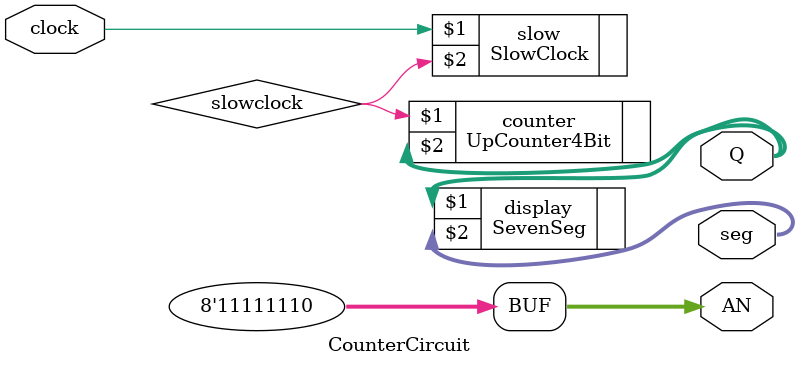
<source format=v>
`timescale 1ns / 1ps


module CounterCircuit(clock,Q,seg,AN);
input clock;
output [3:0] Q;
wire slowclock;
output [6:0] seg;
output [7:0] AN;
assign AN[7:0] = 8'b11111110;

SlowClock           slow        (clock,slowclock);

//                              (clock    , Q)
UpCounter4Bit       counter     (slowclock, Q);

//                               Q ,seg
SevenSeg            display     (Q ,seg);



endmodule

</source>
